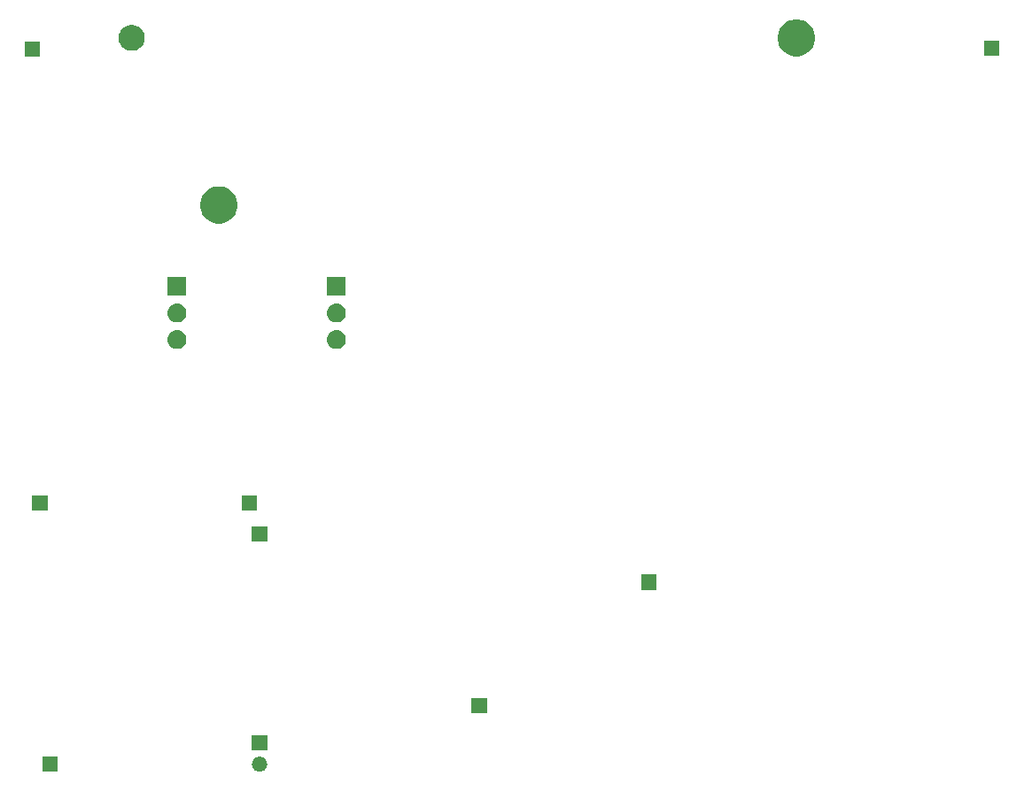
<source format=gbr>
G04 #@! TF.GenerationSoftware,KiCad,Pcbnew,(5.1.0)-1*
G04 #@! TF.CreationDate,2019-06-23T23:11:06-03:00*
G04 #@! TF.ProjectId,Main,4d61696e-2e6b-4696-9361-645f70636258,rev?*
G04 #@! TF.SameCoordinates,Original*
G04 #@! TF.FileFunction,Soldermask,Bot*
G04 #@! TF.FilePolarity,Negative*
%FSLAX46Y46*%
G04 Gerber Fmt 4.6, Leading zero omitted, Abs format (unit mm)*
G04 Created by KiCad (PCBNEW (5.1.0)-1) date 2019-06-23 23:11:06*
%MOMM*%
%LPD*%
G04 APERTURE LIST*
%ADD10C,0.100000*%
G04 APERTURE END LIST*
D10*
G36*
X76671213Y-137677502D02*
G01*
X76742321Y-137684505D01*
X76879172Y-137726019D01*
X76879175Y-137726020D01*
X77005294Y-137793432D01*
X77115843Y-137884157D01*
X77206568Y-137994706D01*
X77273980Y-138120825D01*
X77273981Y-138120828D01*
X77315495Y-138257679D01*
X77329512Y-138400000D01*
X77315495Y-138542321D01*
X77273981Y-138679172D01*
X77273980Y-138679175D01*
X77206568Y-138805294D01*
X77115843Y-138915843D01*
X77005294Y-139006568D01*
X76879175Y-139073980D01*
X76879172Y-139073981D01*
X76742321Y-139115495D01*
X76671213Y-139122498D01*
X76635660Y-139126000D01*
X76564340Y-139126000D01*
X76528787Y-139122498D01*
X76457679Y-139115495D01*
X76320828Y-139073981D01*
X76320825Y-139073980D01*
X76194706Y-139006568D01*
X76084157Y-138915843D01*
X75993432Y-138805294D01*
X75926020Y-138679175D01*
X75926019Y-138679172D01*
X75884505Y-138542321D01*
X75870488Y-138400000D01*
X75884505Y-138257679D01*
X75926019Y-138120828D01*
X75926020Y-138120825D01*
X75993432Y-137994706D01*
X76084157Y-137884157D01*
X76194706Y-137793432D01*
X76320825Y-137726020D01*
X76320828Y-137726019D01*
X76457679Y-137684505D01*
X76528787Y-137677502D01*
X76564340Y-137674000D01*
X76635660Y-137674000D01*
X76671213Y-137677502D01*
X76671213Y-137677502D01*
G37*
G36*
X57326000Y-139126000D02*
G01*
X55874000Y-139126000D01*
X55874000Y-137674000D01*
X57326000Y-137674000D01*
X57326000Y-139126000D01*
X57326000Y-139126000D01*
G37*
G36*
X77326000Y-137126000D02*
G01*
X75874000Y-137126000D01*
X75874000Y-135674000D01*
X77326000Y-135674000D01*
X77326000Y-137126000D01*
X77326000Y-137126000D01*
G37*
G36*
X98326000Y-133526000D02*
G01*
X96874000Y-133526000D01*
X96874000Y-132074000D01*
X98326000Y-132074000D01*
X98326000Y-133526000D01*
X98326000Y-133526000D01*
G37*
G36*
X114526000Y-121726000D02*
G01*
X113074000Y-121726000D01*
X113074000Y-120274000D01*
X114526000Y-120274000D01*
X114526000Y-121726000D01*
X114526000Y-121726000D01*
G37*
G36*
X77326000Y-117126000D02*
G01*
X75874000Y-117126000D01*
X75874000Y-115674000D01*
X77326000Y-115674000D01*
X77326000Y-117126000D01*
X77326000Y-117126000D01*
G37*
G36*
X76326000Y-114126000D02*
G01*
X74874000Y-114126000D01*
X74874000Y-112674000D01*
X76326000Y-112674000D01*
X76326000Y-114126000D01*
X76326000Y-114126000D01*
G37*
G36*
X56326000Y-114126000D02*
G01*
X54874000Y-114126000D01*
X54874000Y-112674000D01*
X56326000Y-112674000D01*
X56326000Y-114126000D01*
X56326000Y-114126000D01*
G37*
G36*
X84050442Y-96885518D02*
G01*
X84116627Y-96892037D01*
X84286466Y-96943557D01*
X84442991Y-97027222D01*
X84478729Y-97056552D01*
X84580186Y-97139814D01*
X84663448Y-97241271D01*
X84692778Y-97277009D01*
X84776443Y-97433534D01*
X84827963Y-97603373D01*
X84845359Y-97780000D01*
X84827963Y-97956627D01*
X84776443Y-98126466D01*
X84692778Y-98282991D01*
X84663448Y-98318729D01*
X84580186Y-98420186D01*
X84478729Y-98503448D01*
X84442991Y-98532778D01*
X84286466Y-98616443D01*
X84116627Y-98667963D01*
X84050443Y-98674481D01*
X83984260Y-98681000D01*
X83895740Y-98681000D01*
X83829557Y-98674481D01*
X83763373Y-98667963D01*
X83593534Y-98616443D01*
X83437009Y-98532778D01*
X83401271Y-98503448D01*
X83299814Y-98420186D01*
X83216552Y-98318729D01*
X83187222Y-98282991D01*
X83103557Y-98126466D01*
X83052037Y-97956627D01*
X83034641Y-97780000D01*
X83052037Y-97603373D01*
X83103557Y-97433534D01*
X83187222Y-97277009D01*
X83216552Y-97241271D01*
X83299814Y-97139814D01*
X83401271Y-97056552D01*
X83437009Y-97027222D01*
X83593534Y-96943557D01*
X83763373Y-96892037D01*
X83829558Y-96885518D01*
X83895740Y-96879000D01*
X83984260Y-96879000D01*
X84050442Y-96885518D01*
X84050442Y-96885518D01*
G37*
G36*
X68810442Y-96885518D02*
G01*
X68876627Y-96892037D01*
X69046466Y-96943557D01*
X69202991Y-97027222D01*
X69238729Y-97056552D01*
X69340186Y-97139814D01*
X69423448Y-97241271D01*
X69452778Y-97277009D01*
X69536443Y-97433534D01*
X69587963Y-97603373D01*
X69605359Y-97780000D01*
X69587963Y-97956627D01*
X69536443Y-98126466D01*
X69452778Y-98282991D01*
X69423448Y-98318729D01*
X69340186Y-98420186D01*
X69238729Y-98503448D01*
X69202991Y-98532778D01*
X69046466Y-98616443D01*
X68876627Y-98667963D01*
X68810443Y-98674481D01*
X68744260Y-98681000D01*
X68655740Y-98681000D01*
X68589557Y-98674481D01*
X68523373Y-98667963D01*
X68353534Y-98616443D01*
X68197009Y-98532778D01*
X68161271Y-98503448D01*
X68059814Y-98420186D01*
X67976552Y-98318729D01*
X67947222Y-98282991D01*
X67863557Y-98126466D01*
X67812037Y-97956627D01*
X67794641Y-97780000D01*
X67812037Y-97603373D01*
X67863557Y-97433534D01*
X67947222Y-97277009D01*
X67976552Y-97241271D01*
X68059814Y-97139814D01*
X68161271Y-97056552D01*
X68197009Y-97027222D01*
X68353534Y-96943557D01*
X68523373Y-96892037D01*
X68589558Y-96885518D01*
X68655740Y-96879000D01*
X68744260Y-96879000D01*
X68810442Y-96885518D01*
X68810442Y-96885518D01*
G37*
G36*
X84050443Y-94345519D02*
G01*
X84116627Y-94352037D01*
X84286466Y-94403557D01*
X84442991Y-94487222D01*
X84478729Y-94516552D01*
X84580186Y-94599814D01*
X84663448Y-94701271D01*
X84692778Y-94737009D01*
X84776443Y-94893534D01*
X84827963Y-95063373D01*
X84845359Y-95240000D01*
X84827963Y-95416627D01*
X84776443Y-95586466D01*
X84692778Y-95742991D01*
X84663448Y-95778729D01*
X84580186Y-95880186D01*
X84478729Y-95963448D01*
X84442991Y-95992778D01*
X84286466Y-96076443D01*
X84116627Y-96127963D01*
X84050443Y-96134481D01*
X83984260Y-96141000D01*
X83895740Y-96141000D01*
X83829557Y-96134481D01*
X83763373Y-96127963D01*
X83593534Y-96076443D01*
X83437009Y-95992778D01*
X83401271Y-95963448D01*
X83299814Y-95880186D01*
X83216552Y-95778729D01*
X83187222Y-95742991D01*
X83103557Y-95586466D01*
X83052037Y-95416627D01*
X83034641Y-95240000D01*
X83052037Y-95063373D01*
X83103557Y-94893534D01*
X83187222Y-94737009D01*
X83216552Y-94701271D01*
X83299814Y-94599814D01*
X83401271Y-94516552D01*
X83437009Y-94487222D01*
X83593534Y-94403557D01*
X83763373Y-94352037D01*
X83829557Y-94345519D01*
X83895740Y-94339000D01*
X83984260Y-94339000D01*
X84050443Y-94345519D01*
X84050443Y-94345519D01*
G37*
G36*
X68810443Y-94345519D02*
G01*
X68876627Y-94352037D01*
X69046466Y-94403557D01*
X69202991Y-94487222D01*
X69238729Y-94516552D01*
X69340186Y-94599814D01*
X69423448Y-94701271D01*
X69452778Y-94737009D01*
X69536443Y-94893534D01*
X69587963Y-95063373D01*
X69605359Y-95240000D01*
X69587963Y-95416627D01*
X69536443Y-95586466D01*
X69452778Y-95742991D01*
X69423448Y-95778729D01*
X69340186Y-95880186D01*
X69238729Y-95963448D01*
X69202991Y-95992778D01*
X69046466Y-96076443D01*
X68876627Y-96127963D01*
X68810443Y-96134481D01*
X68744260Y-96141000D01*
X68655740Y-96141000D01*
X68589557Y-96134481D01*
X68523373Y-96127963D01*
X68353534Y-96076443D01*
X68197009Y-95992778D01*
X68161271Y-95963448D01*
X68059814Y-95880186D01*
X67976552Y-95778729D01*
X67947222Y-95742991D01*
X67863557Y-95586466D01*
X67812037Y-95416627D01*
X67794641Y-95240000D01*
X67812037Y-95063373D01*
X67863557Y-94893534D01*
X67947222Y-94737009D01*
X67976552Y-94701271D01*
X68059814Y-94599814D01*
X68161271Y-94516552D01*
X68197009Y-94487222D01*
X68353534Y-94403557D01*
X68523373Y-94352037D01*
X68589557Y-94345519D01*
X68655740Y-94339000D01*
X68744260Y-94339000D01*
X68810443Y-94345519D01*
X68810443Y-94345519D01*
G37*
G36*
X84841000Y-93601000D02*
G01*
X83039000Y-93601000D01*
X83039000Y-91799000D01*
X84841000Y-91799000D01*
X84841000Y-93601000D01*
X84841000Y-93601000D01*
G37*
G36*
X69601000Y-93601000D02*
G01*
X67799000Y-93601000D01*
X67799000Y-91799000D01*
X69601000Y-91799000D01*
X69601000Y-93601000D01*
X69601000Y-93601000D01*
G37*
G36*
X73218039Y-83192250D02*
G01*
X73407372Y-83270675D01*
X73541251Y-83326129D01*
X73832134Y-83520491D01*
X74079509Y-83767866D01*
X74273871Y-84058749D01*
X74273871Y-84058750D01*
X74407750Y-84381961D01*
X74476000Y-84725078D01*
X74476000Y-85074922D01*
X74407750Y-85418039D01*
X74329325Y-85607372D01*
X74273871Y-85741251D01*
X74079509Y-86032134D01*
X73832134Y-86279509D01*
X73541251Y-86473871D01*
X73407372Y-86529325D01*
X73218039Y-86607750D01*
X72874922Y-86676000D01*
X72525078Y-86676000D01*
X72181961Y-86607750D01*
X71992628Y-86529325D01*
X71858749Y-86473871D01*
X71567866Y-86279509D01*
X71320491Y-86032134D01*
X71126129Y-85741251D01*
X71070675Y-85607372D01*
X70992250Y-85418039D01*
X70924000Y-85074922D01*
X70924000Y-84725078D01*
X70992250Y-84381961D01*
X71126129Y-84058750D01*
X71126129Y-84058749D01*
X71320491Y-83767866D01*
X71567866Y-83520491D01*
X71858749Y-83326129D01*
X71992628Y-83270675D01*
X72181961Y-83192250D01*
X72525078Y-83124000D01*
X72874922Y-83124000D01*
X73218039Y-83192250D01*
X73218039Y-83192250D01*
G37*
G36*
X55626000Y-70726000D02*
G01*
X54174000Y-70726000D01*
X54174000Y-69274000D01*
X55626000Y-69274000D01*
X55626000Y-70726000D01*
X55626000Y-70726000D01*
G37*
G36*
X128418039Y-67192250D02*
G01*
X128607372Y-67270675D01*
X128741251Y-67326129D01*
X129032134Y-67520491D01*
X129279509Y-67767866D01*
X129473871Y-68058749D01*
X129473871Y-68058750D01*
X129607750Y-68381961D01*
X129676000Y-68725078D01*
X129676000Y-69074922D01*
X129607750Y-69418039D01*
X129577859Y-69490201D01*
X129473871Y-69741251D01*
X129279509Y-70032134D01*
X129032134Y-70279509D01*
X128741251Y-70473871D01*
X128607372Y-70529325D01*
X128418039Y-70607750D01*
X128074922Y-70676000D01*
X127725078Y-70676000D01*
X127381961Y-70607750D01*
X127192628Y-70529325D01*
X127058749Y-70473871D01*
X126767866Y-70279509D01*
X126520491Y-70032134D01*
X126326129Y-69741251D01*
X126222141Y-69490201D01*
X126192250Y-69418039D01*
X126124000Y-69074922D01*
X126124000Y-68725078D01*
X126192250Y-68381961D01*
X126326129Y-68058750D01*
X126326129Y-68058749D01*
X126520491Y-67767866D01*
X126767866Y-67520491D01*
X127058749Y-67326129D01*
X127192628Y-67270675D01*
X127381961Y-67192250D01*
X127725078Y-67124000D01*
X128074922Y-67124000D01*
X128418039Y-67192250D01*
X128418039Y-67192250D01*
G37*
G36*
X147326000Y-70626000D02*
G01*
X145874000Y-70626000D01*
X145874000Y-69174000D01*
X147326000Y-69174000D01*
X147326000Y-70626000D01*
X147326000Y-70626000D01*
G37*
G36*
X64733444Y-67701882D02*
G01*
X64960201Y-67795808D01*
X64960202Y-67795809D01*
X65164279Y-67932168D01*
X65337832Y-68105721D01*
X65428944Y-68242081D01*
X65474192Y-68309799D01*
X65568118Y-68536556D01*
X65616000Y-68777278D01*
X65616000Y-69022722D01*
X65568118Y-69263444D01*
X65474192Y-69490201D01*
X65474191Y-69490202D01*
X65337832Y-69694279D01*
X65164279Y-69867832D01*
X65027919Y-69958944D01*
X64960201Y-70004192D01*
X64733444Y-70098118D01*
X64492722Y-70146000D01*
X64247278Y-70146000D01*
X64006556Y-70098118D01*
X63779799Y-70004192D01*
X63712081Y-69958944D01*
X63575721Y-69867832D01*
X63402168Y-69694279D01*
X63265809Y-69490202D01*
X63265808Y-69490201D01*
X63171882Y-69263444D01*
X63124000Y-69022722D01*
X63124000Y-68777278D01*
X63171882Y-68536556D01*
X63265808Y-68309799D01*
X63311056Y-68242081D01*
X63402168Y-68105721D01*
X63575721Y-67932168D01*
X63779798Y-67795809D01*
X63779799Y-67795808D01*
X64006556Y-67701882D01*
X64247278Y-67654000D01*
X64492722Y-67654000D01*
X64733444Y-67701882D01*
X64733444Y-67701882D01*
G37*
M02*

</source>
